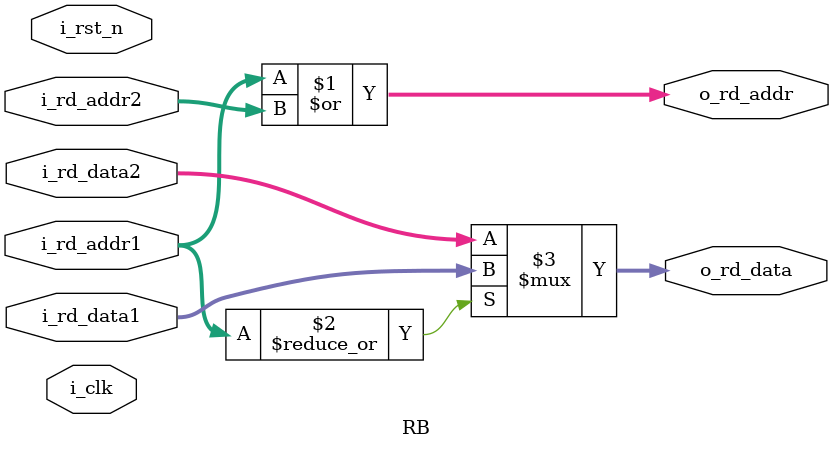
<source format=v>
`include "defines.v"




module RB (
    input wire i_clk,
    input wire i_rst_n,
    
    //ex写
    input wire[4:0] i_rd_addr1,
    input wire[31:0] i_rd_data1,
    //mem写
    input wire[4:0] i_rd_addr2,
    input wire[31:0] i_rd_data2,

    output wire[4:0] o_rd_addr,
    output wire[31:0] o_rd_data

);



    assign o_rd_addr = i_rd_addr1 | i_rd_addr2;
    assign o_rd_data = (|i_rd_addr1) ? i_rd_data1 : i_rd_data2 ;
    







    
endmodule
</source>
